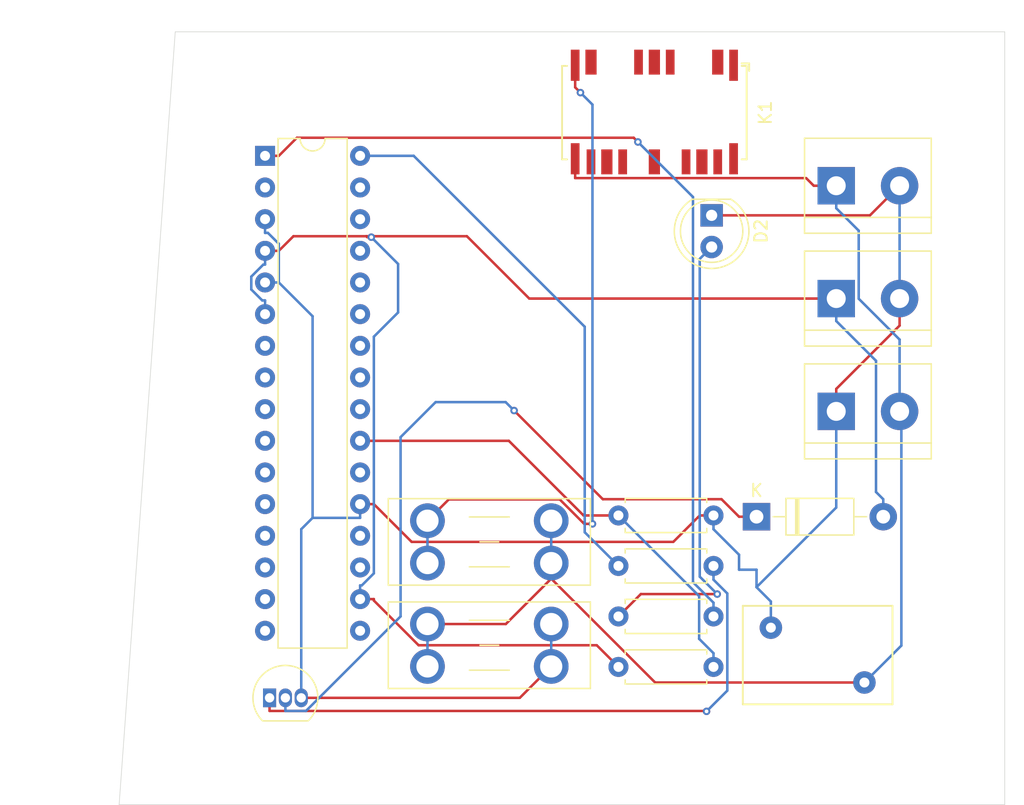
<source format=kicad_pcb>
(kicad_pcb (version 20241229) (generator "pcbnew") (generator_version "9.0")
  (layers (0 "F.Cu" signal) (2 "B.Cu" signal) (13 "F.Paste" user) (15 "B.Paste" user) (5 "F.SilkS" user "F.Silkscreen") (7 "B.SilkS" user "B.Silkscreen") (1 "F.Mask" user) (3 "B.Mask" user) (25 "Edge.Cuts" user))
  (net 0 "")
  (net 1 "+5V")
  (net 2 "Net-(D1-K)")
  (net 3 "Net-(D2-A)")
  (net 4 "GND")
  (net 5 "Net-(F1-Pad1)")
  (net 6 "Net-(J1-Pin_1)")
  (net 7 "Net-(Q1-B)")
  (net 8 "Net-(U1-PC0)")
  (net 9 "Net-(U1-PD2)")
  (net 10 "Net-(U1-PD3)")
  (footprint "TerminalBlock:TerminalBlock_bornier-2_P5.08mm" (layer "F.Cu") (at 151.99 73.85)
    (property "Reference" "J1" (hide yes))
    (property "Value" "Conn_01x02" (hide yes))
    (fp_line (start -2.54 -3.81) (end -2.54 3.81) (stroke (width 0.12)) (layer "F.SilkS"))
    (fp_line (start -2.54 3.81) (end 7.62 3.81) (stroke (width 0.12)) (layer "F.SilkS"))
    (fp_line (start 7.62 -3.81) (end -2.54 -3.81) (stroke (width 0.12)) (layer "F.SilkS"))
    (fp_line (start 7.62 2.54) (end -2.54 2.54) (stroke (width 0.12)) (layer "F.SilkS"))
    (fp_line (start 7.62 3.81) (end 7.62 -3.81) (stroke (width 0.12)) (layer "F.SilkS"))
    (pad "1" thru_hole rect (at 0 0) (size 3 3) (drill 1.52) (layers "*.Cu" "*.Mask") (net 6 "Net-(J1-Pin_1)"))
    (pad "2" thru_hole circle (at 5.08 0) (size 3 3) (drill 1.52) (layers "*.Cu" "*.Mask") (net 4 "GND"))
  )
  (footprint "Fuse:Fuseholder_Blade_Mini_Keystone_3568" (layer "F.Cu") (at 119.22 100.72)
    (property "Reference" "F1" (hide yes))
    (property "Value" "Fuse" (hide yes))
    (fp_line (start -3.14 -1.77) (end -3.14 5.17) (stroke (width 0.12)) (layer "F.SilkS"))
    (fp_line (start -3.14 5.17) (end 13.06 5.17) (stroke (width 0.12)) (layer "F.SilkS"))
    (fp_line (start 3.36 -0.3) (end 6.56 -0.3) (stroke (width 0.12)) (layer "F.SilkS"))
    (fp_line (start 4.21 1.7) (end 5.71 1.7) (stroke (width 0.12)) (layer "F.SilkS"))
    (fp_line (start 6.56 3.7) (end 3.36 3.7) (stroke (width 0.12)) (layer "F.SilkS"))
    (fp_line (start 13.06 -1.77) (end -3.14 -1.77) (stroke (width 0.12)) (layer "F.SilkS"))
    (fp_line (start 13.06 5.17) (end 13.06 -1.77) (stroke (width 0.12)) (layer "F.SilkS"))
    (pad "1" thru_hole circle (at 0 0) (size 2.78 2.78) (drill 1.78) (layers "*.Cu" "*.Mask") (net 5 "Net-(F1-Pad1)"))
    (pad "1" thru_hole circle (at 0 3.4) (size 2.78 2.78) (drill 1.78) (layers "*.Cu" "*.Mask") (net 5 "Net-(F1-Pad1)"))
    (pad "2" thru_hole circle (at 9.92 0) (size 2.78 2.78) (drill 1.78) (layers "*.Cu" "*.Mask") (net 6 "Net-(J1-Pin_1)"))
    (pad "2" thru_hole circle (at 9.92 3.4) (size 2.78 2.78) (drill 1.78) (layers "*.Cu" "*.Mask") (net 6 "Net-(J1-Pin_1)"))
  )
  (footprint "Fuse:Fuseholder_Blade_Mini_Keystone_3568" (layer "F.Cu") (at 119.22 109.01)
    (property "Reference" "F2" (hide yes))
    (property "Value" "Fuse" (hide yes))
    (fp_line (start -3.14 -1.77) (end -3.14 5.17) (stroke (width 0.12)) (layer "F.SilkS"))
    (fp_line (start -3.14 5.17) (end 13.06 5.17) (stroke (width 0.12)) (layer "F.SilkS"))
    (fp_line (start 3.36 -0.3) (end 6.56 -0.3) (stroke (width 0.12)) (layer "F.SilkS"))
    (fp_line (start 4.21 1.7) (end 5.71 1.7) (stroke (width 0.12)) (layer "F.SilkS"))
    (fp_line (start 6.56 3.7) (end 3.36 3.7) (stroke (width 0.12)) (layer "F.SilkS"))
    (fp_line (start 13.06 -1.77) (end -3.14 -1.77) (stroke (width 0.12)) (layer "F.SilkS"))
    (fp_line (start 13.06 5.17) (end 13.06 -1.77) (stroke (width 0.12)) (layer "F.SilkS"))
    (pad "1" thru_hole circle (at 0 0) (size 2.78 2.78) (drill 1.78) (layers "*.Cu" "*.Mask") (net 6 "Net-(J1-Pin_1)"))
    (pad "1" thru_hole circle (at 0 3.4) (size 2.78 2.78) (drill 1.78) (layers "*.Cu" "*.Mask") (net 6 "Net-(J1-Pin_1)"))
    (pad "2" thru_hole circle (at 9.92 0) (size 2.78 2.78) (drill 1.78) (layers "*.Cu" "*.Mask") (net 4 "GND"))
    (pad "2" thru_hole circle (at 9.92 3.4) (size 2.78 2.78) (drill 1.78) (layers "*.Cu" "*.Mask") (net 4 "GND"))
  )
  (footprint "Varistor:RV_Disc_D12mm_W7.9mm_P7.5mm" (layer "F.Cu") (at 146.75 109.3)
    (property "Reference" "RV1" (hide yes))
    (property "Value" "Varistor" (hide yes))
    (fp_line (start -2.25 -1.75) (end -2.25 6.15) (stroke (width 0.15)) (layer "F.SilkS"))
    (fp_line (start -2.25 -1.75) (end 9.75 -1.75) (stroke (width 0.15)) (layer "F.SilkS"))
    (fp_line (start -2.25 6.15) (end 9.75 6.15) (stroke (width 0.15)) (layer "F.SilkS"))
    (fp_line (start 9.75 -1.75) (end 9.75 6.15) (stroke (width 0.15)) (layer "F.SilkS"))
    (pad "1" thru_hole circle (at 0 0) (size 1.8 1.8) (drill 0.8) (layers "*.Cu" "*.Mask") (net 4 "GND"))
    (pad "2" thru_hole circle (at 7.5 4.4) (size 1.8 1.8) (drill 0.8) (layers "*.Cu" "*.Mask") (net 6 "Net-(J1-Pin_1)"))
  )
  (footprint "Package_TO_SOT_THT:TO-92_Inline" (layer "F.Cu") (at 106.56 114.93)
    (property "Reference" "Q1" (hide yes))
    (property "Value" "Q1" (hide yes))
    (fp_line (start -0.53 1.85) (end 3.07 1.85) (stroke (width 0.12)) (layer "F.SilkS"))
    (fp_arc (start -0.568478 1.838478) (mid -1.132087 -0.994977) (end 1.27 -2.6) (stroke (width 0.12)) (layer "F.SilkS"))
    (fp_arc (start 1.27 -2.6) (mid 3.672087 -0.994977) (end 3.108478 1.838478) (stroke (width 0.12)) (layer "F.SilkS"))
    (pad "1" thru_hole rect (at 0 0) (size 1.05 1.5) (drill 0.75) (layers "*.Cu" "*.Mask") (net 7 "Net-(Q1-B)"))
    (pad "2" thru_hole oval (at 1.27 0) (size 1.05 1.5) (drill 0.75) (layers "*.Cu" "*.Mask") (net 2 "Net-(D1-K)"))
    (pad "3" thru_hole oval (at 2.54 0) (size 1.05 1.5) (drill 0.75) (layers "*.Cu" "*.Mask") (net 4 "GND"))
  )
  (footprint "Resistor_THT:R_Axial_DIN0207_L6.3mm_D2.5mm_P7.62mm_Horizontal" (layer "F.Cu") (at 134.53 104.35)
    (property "Reference" "R2" (hide yes))
    (property "Value" "R" (hide yes))
    (fp_line (start 0.54 -1.37) (end 7.08 -1.37) (stroke (width 0.12)) (layer "F.SilkS"))
    (fp_line (start 0.54 -1.04) (end 0.54 -1.37) (stroke (width 0.12)) (layer "F.SilkS"))
    (fp_line (start 0.54 1.04) (end 0.54 1.37) (stroke (width 0.12)) (layer "F.SilkS"))
    (fp_line (start 0.54 1.37) (end 7.08 1.37) (stroke (width 0.12)) (layer "F.SilkS"))
    (fp_line (start 7.08 -1.37) (end 7.08 -1.04) (stroke (width 0.12)) (layer "F.SilkS"))
    (fp_line (start 7.08 1.37) (end 7.08 1.04) (stroke (width 0.12)) (layer "F.SilkS"))
    (pad "1" thru_hole circle (at 0 0) (size 1.6 1.6) (drill 0.8) (layers "*.Cu" "*.Mask") (net 9 "Net-(U1-PD2)"))
    (pad "2" thru_hole oval (at 7.62 0) (size 1.6 1.6) (drill 0.8) (layers "*.Cu" "*.Mask") (net 7 "Net-(Q1-B)"))
  )
  (footprint "Relay_SMD:Relay_SPDT_AXICOM_HF3Series_50ohms_Pitch1.27mm" (layer "F.Cu") (at 137.41 67.935 -90)
    (property "Reference" "K1" (at 0.06 -8.89 90) (layer "F.SilkS"))
    (property "Value" "Relay_SPDT")
    (fp_line (start -3.7 7.4) (end -3.7 7) (stroke (width 0.15)) (layer "F.SilkS"))
    (fp_line (start 3.8 7.4) (end -3.7 7.4) (stroke (width 0.15)) (layer "F.SilkS"))
    (fp_line (start 3.8 7.1) (end 3.8 7.4) (stroke (width 0.15)) (layer "F.SilkS"))
    (fp_line (start 3.8 7.1) (end 3.8 7) (stroke (width 0.15)) (layer "F.SilkS"))
    (fp_line (start -3.9 -7) (end -3.9 -7.6) (stroke (width 0.15)) (layer "F.SilkS"))
    (fp_line (start 3.8 -7) (end 3.8 -7.4) (stroke (width 0.15)) (layer "F.SilkS"))
    (fp_line (start -3.7 -7.4) (end -3.7 -7) (stroke (width 0.15)) (layer "F.SilkS"))
    (fp_line (start 3.8 -7.4) (end -3.7 -7.4) (stroke (width 0.15)) (layer "F.SilkS"))
    (fp_line (start -3.9 -7.6) (end -3.4 -7.6) (stroke (width 0.15)) (layer "F.SilkS"))
    (fp_line (start -3.4 -7.6) (end -3.3 -7.6) (stroke (width 0.15)) (layer "F.SilkS"))
    (pad "1" smd rect (at -3.75 -6.35 270) (size 2.5 0.7) (layers "F.Cu" "F.Mask" "F.Paste"))
    (pad "2" smd rect (at -4 -5.08 270) (size 2 0.9) (layers "F.Cu" "F.Mask" "F.Paste"))
    (pad "5" smd rect (at -4 -1.27 270) (size 2 0.7) (layers "F.Cu" "F.Mask" "F.Paste"))
    (pad "6" smd rect (at -4 0 270) (size 2 0.9) (layers "F.Cu" "F.Mask" "F.Paste"))
    (pad "7" smd rect (at -4 1.27 270) (size 2 0.7) (layers "F.Cu" "F.Mask" "F.Paste"))
    (pad "10" smd rect (at -4 5.08 270) (size 2 0.9) (layers "F.Cu" "F.Mask" "F.Paste"))
    (pad "11" smd rect (at -3.75 6.35 270) (size 2.5 0.7) (layers "F.Cu" "F.Mask" "F.Paste") (net 5 "Net-(F1-Pad1)"))
    (pad "12" smd rect (at 3.75 6.35 270) (size 2.5 0.7) (layers "F.Cu" "F.Mask" "F.Paste") (net 6 "Net-(J1-Pin_1)"))
    (pad "13" smd rect (at 4 5.08 270) (size 2 0.7) (layers "F.Cu" "F.Mask" "F.Paste"))
    (pad "14" smd rect (at 4 3.81 270) (size 2 0.9) (layers "F.Cu" "F.Mask" "F.Paste"))
    (pad "15" smd rect (at 4 2.54 270) (size 2 0.7) (layers "F.Cu" "F.Mask" "F.Paste"))
    (pad "17" smd rect (at 4 0 270) (size 2 0.9) (layers "F.Cu" "F.Mask" "F.Paste"))
    (pad "19" smd rect (at 4 -2.54 270) (size 2 0.7) (layers "F.Cu" "F.Mask" "F.Paste"))
    (pad "20" smd rect (at 4 -3.81 270) (size 2 0.9) (layers "F.Cu" "F.Mask" "F.Paste"))
    (pad "21" smd rect (at 4 -5.08 270) (size 2 0.7) (layers "F.Cu" "F.Mask" "F.Paste"))
    (pad "22" smd rect (at 3.75 -6.35 270) (size 2.5 0.7) (layers "F.Cu" "F.Mask" "F.Paste"))
  )
  (footprint "Package_DIP:DIP-32_W7.62mm" (layer "F.Cu") (at 106.2 71.45)
    (property "Reference" "U1" (hide yes))
    (property "Value" "ATmega328P-A" (hide yes))
    (fp_line (start 1.04 -1.39) (end 1.04 39.49) (stroke (width 0.12)) (layer "F.SilkS"))
    (fp_line (start 1.04 39.49) (end 6.58 39.49) (stroke (width 0.12)) (layer "F.SilkS"))
    (fp_line (start 2.81 -1.39) (end 1.04 -1.39) (stroke (width 0.12)) (layer "F.SilkS"))
    (fp_line (start 6.58 -1.39) (end 4.81 -1.39) (stroke (width 0.12)) (layer "F.SilkS"))
    (fp_line (start 6.58 39.49) (end 6.58 -1.39) (stroke (width 0.12)) (layer "F.SilkS"))
    (fp_arc (start 4.81 -1.39) (mid 3.81 -0.39) (end 2.81 -1.39) (stroke (width 0.12)) (layer "F.SilkS"))
    (pad "1" thru_hole rect (at 0 0) (size 1.6 1.6) (drill 0.8) (layers "*.Cu" "*.Mask") (net 10 "Net-(U1-PD3)"))
    (pad "2" thru_hole oval (at 0 2.54) (size 1.6 1.6) (drill 0.8) (layers "*.Cu" "*.Mask"))
    (pad "3" thru_hole oval (at 0 5.08) (size 1.6 1.6) (drill 0.8) (layers "*.Cu" "*.Mask") (net 4 "GND"))
    (pad "4" thru_hole oval (at 0 7.62) (size 1.6 1.6) (drill 0.8) (layers "*.Cu" "*.Mask") (net 1 "+5V"))
    (pad "5" thru_hole oval (at 0 10.16) (size 1.6 1.6) (drill 0.8) (layers "*.Cu" "*.Mask") (net 4 "GND"))
    (pad "6" thru_hole oval (at 0 12.7) (size 1.6 1.6) (drill 0.8) (layers "*.Cu" "*.Mask") (net 1 "+5V"))
    (pad "7" thru_hole oval (at 0 15.24) (size 1.6 1.6) (drill 0.8) (layers "*.Cu" "*.Mask"))
    (pad "8" thru_hole oval (at 0 17.78) (size 1.6 1.6) (drill 0.8) (layers "*.Cu" "*.Mask"))
    (pad "9" thru_hole oval (at 0 20.32) (size 1.6 1.6) (drill 0.8) (layers "*.Cu" "*.Mask"))
    (pad "10" thru_hole oval (at 0 22.86) (size 1.6 1.6) (drill 0.8) (layers "*.Cu" "*.Mask"))
    (pad "11" thru_hole oval (at 0 25.4) (size 1.6 1.6) (drill 0.8) (layers "*.Cu" "*.Mask"))
    (pad "12" thru_hole oval (at 0 27.94) (size 1.6 1.6) (drill 0.8) (layers "*.Cu" "*.Mask"))
    (pad "13" thru_hole oval (at 0 30.48) (size 1.6 1.6) (drill 0.8) (layers "*.Cu" "*.Mask"))
    (pad "14" thru_hole oval (at 0 33.02) (size 1.6 1.6) (drill 0.8) (layers "*.Cu" "*.Mask"))
    (pad "15" thru_hole oval (at 0 35.56) (size 1.6 1.6) (drill 0.8) (layers "*.Cu" "*.Mask"))
    (pad "16" thru_hole oval (at 0 38.1) (size 1.6 1.6) (drill 0.8) (layers "*.Cu" "*.Mask"))
    (pad "17" thru_hole oval (at 7.62 38.1) (size 1.6 1.6) (drill 0.8) (layers "*.Cu" "*.Mask"))
    (pad "18" thru_hole oval (at 7.62 35.56) (size 1.6 1.6) (drill 0.8) (layers "*.Cu" "*.Mask") (net 1 "+5V"))
    (pad "19" thru_hole oval (at 7.62 33.02) (size 1.6 1.6) (drill 0.8) (layers "*.Cu" "*.Mask"))
    (pad "20" thru_hole oval (at 7.62 30.48) (size 1.6 1.6) (drill 0.8) (layers "*.Cu" "*.Mask"))
    (pad "21" thru_hole oval (at 7.62 27.94) (size 1.6 1.6) (drill 0.8) (layers "*.Cu" "*.Mask") (net 4 "GND"))
    (pad "22" thru_hole oval (at 7.62 25.4) (size 1.6 1.6) (drill 0.8) (layers "*.Cu" "*.Mask"))
    (pad "23" thru_hole oval (at 7.62 22.86) (size 1.6 1.6) (drill 0.8) (layers "*.Cu" "*.Mask") (net 8 "Net-(U1-PC0)"))
    (pad "24" thru_hole oval (at 7.62 20.32) (size 1.6 1.6) (drill 0.8) (layers "*.Cu" "*.Mask"))
    (pad "25" thru_hole oval (at 7.62 17.78) (size 1.6 1.6) (drill 0.8) (layers "*.Cu" "*.Mask"))
    (pad "26" thru_hole oval (at 7.62 15.24) (size 1.6 1.6) (drill 0.8) (layers "*.Cu" "*.Mask"))
    (pad "27" thru_hole oval (at 7.62 12.7) (size 1.6 1.6) (drill 0.8) (layers "*.Cu" "*.Mask"))
    (pad "28" thru_hole oval (at 7.62 10.16) (size 1.6 1.6) (drill 0.8) (layers "*.Cu" "*.Mask"))
    (pad "29" thru_hole oval (at 7.62 7.62) (size 1.6 1.6) (drill 0.8) (layers "*.Cu" "*.Mask"))
    (pad "30" thru_hole oval (at 7.62 5.08) (size 1.6 1.6) (drill 0.8) (layers "*.Cu" "*.Mask"))
    (pad "31" thru_hole oval (at 7.62 2.54) (size 1.6 1.6) (drill 0.8) (layers "*.Cu" "*.Mask"))
    (pad "32" thru_hole oval (at 7.62 0) (size 1.6 1.6) (drill 0.8) (layers "*.Cu" "*.Mask") (net 9 "Net-(U1-PD2)"))
  )
  (footprint "TerminalBlock:TerminalBlock_bornier-2_P5.08mm" (layer "F.Cu") (at 151.99 91.95)
    (property "Reference" "R3" (hide yes))
    (property "Value" "Heater" (hide yes))
    (fp_line (start -2.54 -3.81) (end -2.54 3.81) (stroke (width 0.12)) (layer "F.SilkS"))
    (fp_line (start -2.54 3.81) (end 7.62 3.81) (stroke (width 0.12)) (layer "F.SilkS"))
    (fp_line (start 7.62 -3.81) (end -2.54 -3.81) (stroke (width 0.12)) (layer "F.SilkS"))
    (fp_line (start 7.62 2.54) (end -2.54 2.54) (stroke (width 0.12)) (layer "F.SilkS"))
    (fp_line (start 7.62 3.81) (end 7.62 -3.81) (stroke (width 0.12)) (layer "F.SilkS"))
    (pad "1" thru_hole rect (at 0 0) (size 3 3) (drill 1.52) (layers "*.Cu" "*.Mask") (net 4 "GND"))
    (pad "2" thru_hole circle (at 5.08 0) (size 3 3) (drill 1.52) (layers "*.Cu" "*.Mask") (net 6 "Net-(J1-Pin_1)"))
  )
  (footprint "TerminalBlock:TerminalBlock_bornier-2_P5.08mm" (layer "F.Cu") (at 151.99 82.9)
    (property "Reference" "J2" (hide yes))
    (property "Value" "Conn_01x02" (hide yes))
    (fp_line (start -2.54 -3.81) (end -2.54 3.81) (stroke (width 0.12)) (layer "F.SilkS"))
    (fp_line (start -2.54 3.81) (end 7.62 3.81) (stroke (width 0.12)) (layer "F.SilkS"))
    (fp_line (start 7.62 -3.81) (end -2.54 -3.81) (stroke (width 0.12)) (layer "F.SilkS"))
    (fp_line (start 7.62 2.54) (end -2.54 2.54) (stroke (width 0.12)) (layer "F.SilkS"))
    (fp_line (start 7.62 3.81) (end 7.62 -3.81) (stroke (width 0.12)) (layer "F.SilkS"))
    (pad "1" thru_hole rect (at 0 0) (size 3 3) (drill 1.52) (layers "*.Cu" "*.Mask") (net 1 "+5V"))
    (pad "2" thru_hole circle (at 5.08 0) (size 3 3) (drill 1.52) (layers "*.Cu" "*.Mask") (net 4 "GND"))
  )
  (footprint "LED_THT:LED_D5.0mm" (layer "F.Cu") (at 142 76.225 -90)
    (property "Reference" "D2" (at 1.27 -3.96 90) (layer "F.SilkS"))
    (property "Value" "LED")
    (fp_line (start -1.29 -1.545) (end -1.29 1.545) (stroke (width 0.12)) (layer "F.SilkS"))
    (fp_arc (start 4.26 0.000048) (mid 2.071756 2.880501) (end -1.29 1.54483) (stroke (width 0.12)) (layer "F.SilkS"))
    (fp_arc (start -1.29 -1.54483) (mid 2.071756 -2.880501) (end 4.26 -0.000048) (stroke (width 0.12)) (layer "F.SilkS"))
    (fp_circle (center 1.27 0) (end 3.77 0) (stroke (width 0.12)) (fill no) (layer "F.SilkS"))
    (pad "1" thru_hole rect (at 0 0 270) (size 1.8 1.8) (drill 0.9) (layers "*.Cu" "*.Mask") (net 4 "GND"))
    (pad "2" thru_hole circle (at 2.54 0 270) (size 1.8 1.8) (drill 0.9) (layers "*.Cu" "*.Mask") (net 3 "Net-(D2-A)"))
  )
  (footprint "Resistor_THT:R_Axial_DIN0207_L6.3mm_D2.5mm_P7.62mm_Horizontal" (layer "F.Cu") (at 134.53 108.4)
    (property "Reference" "R4" (hide yes))
    (property "Value" "R" (hide yes))
    (fp_line (start 0.54 -1.37) (end 7.08 -1.37) (stroke (width 0.12)) (layer "F.SilkS"))
    (fp_line (start 0.54 -1.04) (end 0.54 -1.37) (stroke (width 0.12)) (layer "F.SilkS"))
    (fp_line (start 0.54 1.04) (end 0.54 1.37) (stroke (width 0.12)) (layer "F.SilkS"))
    (fp_line (start 0.54 1.37) (end 7.08 1.37) (stroke (width 0.12)) (layer "F.SilkS"))
    (fp_line (start 7.08 -1.37) (end 7.08 -1.04) (stroke (width 0.12)) (layer "F.SilkS"))
    (fp_line (start 7.08 1.37) (end 7.08 1.04) (stroke (width 0.12)) (layer "F.SilkS"))
    (pad "1" thru_hole circle (at 0 0) (size 1.6 1.6) (drill 0.8) (layers "*.Cu" "*.Mask") (net 3 "Net-(D2-A)"))
    (pad "2" thru_hole oval (at 7.62 0) (size 1.6 1.6) (drill 0.8) (layers "*.Cu" "*.Mask") (net 10 "Net-(U1-PD3)"))
  )
  (footprint "Resistor_THT:R_Axial_DIN0207_L6.3mm_D2.5mm_P7.62mm_Horizontal" (layer "F.Cu") (at 134.53 112.45)
    (property "Reference" "TH1" (hide yes))
    (property "Value" "Thermistor_NTC" (hide yes))
    (fp_line (start 0.54 -1.37) (end 7.08 -1.37) (stroke (width 0.12)) (layer "F.SilkS"))
    (fp_line (start 0.54 -1.04) (end 0.54 -1.37) (stroke (width 0.12)) (layer "F.SilkS"))
    (fp_line (start 0.54 1.04) (end 0.54 1.37) (stroke (width 0.12)) (layer "F.SilkS"))
    (fp_line (start 0.54 1.37) (end 7.08 1.37) (stroke (width 0.12)) (layer "F.SilkS"))
    (fp_line (start 7.08 -1.37) (end 7.08 -1.04) (stroke (width 0.12)) (layer "F.SilkS"))
    (fp_line (start 7.08 1.37) (end 7.08 1.04) (stroke (width 0.12)) (layer "F.SilkS"))
    (pad "1" thru_hole circle (at 0 0) (size 1.6 1.6) (drill 0.8) (layers "*.Cu" "*.Mask") (net 1 "+5V"))
    (pad "2" thru_hole oval (at 7.62 0) (size 1.6 1.6) (drill 0.8) (layers "*.Cu" "*.Mask") (net 8 "Net-(U1-PC0)"))
  )
  (footprint "Diode_THT:D_DO-41_SOD81_P10.16mm_Horizontal" (layer "F.Cu") (at 145.6 100.4)
    (property "Reference" "D1" (hide yes))
    (property "Value" "D" (hide yes))
    (fp_line (start 1.34 0) (end 2.36 0) (stroke (width 0.12)) (layer "F.SilkS"))
    (fp_line (start 2.36 -1.47) (end 2.36 1.47) (stroke (width 0.12)) (layer "F.SilkS"))
    (fp_line (start 2.36 1.47) (end 7.8 1.47) (stroke (width 0.12)) (layer "F.SilkS"))
    (fp_line (start 3.14 -1.47) (end 3.14 1.47) (stroke (width 0.12)) (layer "F.SilkS"))
    (fp_line (start 3.26 -1.47) (end 3.26 1.47) (stroke (width 0.12)) (layer "F.SilkS"))
    (fp_line (start 3.38 -1.47) (end 3.38 1.47) (stroke (width 0.12)) (layer "F.SilkS"))
    (fp_line (start 7.8 -1.47) (end 2.36 -1.47) (stroke (width 0.12)) (layer "F.SilkS"))
    (fp_line (start 7.8 1.47) (end 7.8 -1.47) (stroke (width 0.12)) (layer "F.SilkS"))
    (fp_line (start 8.82 0) (end 7.8 0) (stroke (width 0.12)) (layer "F.SilkS"))
    (fp_text user "K" (at 0 -2.1 0) (layer "F.SilkS"))
    (pad "1" thru_hole rect (at 0 0) (size 2.2 2.2) (drill 1.1) (layers "*.Cu" "*.Mask") (net 2 "Net-(D1-K)"))
    (pad "2" thru_hole oval (at 10.16 0) (size 2.2 2.2) (drill 1.1) (layers "*.Cu" "*.Mask") (net 1 "+5V"))
  )
  (footprint "Resistor_THT:R_Axial_DIN0207_L6.3mm_D2.5mm_P7.62mm_Horizontal" (layer "F.Cu") (at 134.53 100.3)
    (property "Reference" "R1" (hide yes))
    (property "Value" "R" (hide yes))
    (fp_line (start 0.54 -1.37) (end 7.08 -1.37) (stroke (width 0.12)) (layer "F.SilkS"))
    (fp_line (start 0.54 -1.04) (end 0.54 -1.37) (stroke (width 0.12)) (layer "F.SilkS"))
    (fp_line (start 0.54 1.04) (end 0.54 1.37) (stroke (width 0.12)) (layer "F.SilkS"))
    (fp_line (start 0.54 1.37) (end 7.08 1.37) (stroke (width 0.12)) (layer "F.SilkS"))
    (fp_line (start 7.08 -1.37) (end 7.08 -1.04) (stroke (width 0.12)) (layer "F.SilkS"))
    (fp_line (start 7.08 1.37) (end 7.08 1.04) (stroke (width 0.12)) (layer "F.SilkS"))
    (pad "1" thru_hole circle (at 0 0) (size 1.6 1.6) (drill 0.8) (layers "*.Cu" "*.Mask") (net 8 "Net-(U1-PC0)"))
    (pad "2" thru_hole oval (at 7.62 0) (size 1.6 1.6) (drill 0.8) (layers "*.Cu" "*.Mask") (net 4 "GND"))
  )
  (gr_line (start 165.5 61.5) (end 165.5 123.5) (stroke (width 0.05)) (layer "Edge.Cuts"))
  (gr_line (start 165.5 123.5) (end 94.5 123.5) (stroke (width 0.05)) (layer "Edge.Cuts"))
  (gr_line (start 94.5 123.5) (end 99 61.5) (stroke (width 0.05)) (layer "Edge.Cuts"))
  (gr_line (start 99 61.5) (end 165.5 61.5) (stroke (width 0.05)) (layer "Edge.Cuts"))
  (segment (start 127.38 82.9) (end 151.99 82.9) (width 0.2) (layer "F.Cu") (net 1))
  (segment (start 132.79 110.71) (end 134.53 112.45) (width 0.2) (layer "F.Cu") (net 1))
  (segment (start 114.922 107.124) (end 118.508 110.71) (width 0.2) (layer "F.Cu") (net 1))
  (segment (start 114.3214 77.9) (end 122.38 77.9) (width 0.2) (layer "F.Cu") (net 1))
  (segment (start 122.38 77.9) (end 127.38 82.9) (width 0.2) (layer "F.Cu") (net 1))
  (segment (start 106.2 79.07) (end 107.302 79.07) (width 0.2) (layer "F.Cu") (net 1))
  (segment (start 114.3214 77.9) (end 114.3971 77.9757) (width 0.2) (layer "F.Cu") (net 1))
  (segment (start 114.3971 77.9757) (end 114.7177 77.9757) (width 0.2) (layer "F.Cu") (net 1))
  (segment (start 118.508 110.71) (end 132.79 110.71) (width 0.2) (layer "F.Cu") (net 1))
  (segment (start 113.82 107.01) (end 114.922 107.01) (width 0.2) (layer "F.Cu") (net 1))
  (segment (start 108.472 77.9) (end 114.3214 77.9) (width 0.2) (layer "F.Cu") (net 1))
  (segment (start 114.922 107.01) (end 114.922 107.124) (width 0.2) (layer "F.Cu") (net 1))
  (segment (start 107.302 79.07) (end 108.472 77.9) (width 0.2) (layer "F.Cu") (net 1))
  (via (at 114.7177 77.9757) (size 0.6) (drill 0.3) (layers "F.Cu" "B.Cu") (net 1))
  (segment (start 155.76 98.9983) (end 155.179 98.4176) (width 0.2) (layer "B.Cu") (net 1))
  (segment (start 106.2 84.15) (end 106.2 83.0483) (width 0.2) (layer "B.Cu") (net 1))
  (segment (start 155.179 87.891) (end 151.99 84.7017) (width 0.2) (layer "B.Cu") (net 1))
  (segment (start 105.095 82.1713) (end 105.095 81.1393) (width 0.2) (layer "B.Cu") (net 1))
  (segment (start 155.76 100.4) (end 155.76 98.9983) (width 0.2) (layer "B.Cu") (net 1))
  (segment (start 113.958 105.908) (end 114.922 104.944) (width 0.2) (layer "B.Cu") (net 1))
  (segment (start 155.179 98.4176) (end 155.179 87.891) (width 0.2) (layer "B.Cu") (net 1))
  (segment (start 105.972 83.0483) (end 105.095 82.1713) (width 0.2) (layer "B.Cu") (net 1))
  (segment (start 106.2 80.1717) (end 106.2 79.07) (width 0.2) (layer "B.Cu") (net 1))
  (segment (start 106.2 83.0483) (end 105.972 83.0483) (width 0.2) (layer "B.Cu") (net 1))
  (segment (start 105.095 81.1393) (end 106.062 80.1717) (width 0.2) (layer "B.Cu") (net 1))
  (segment (start 113.82 107.01) (end 113.82 105.908) (width 0.2) (layer "B.Cu") (net 1))
  (segment (start 114.922 104.944) (end 114.922 85.9583) (width 0.2) (layer "B.Cu") (net 1))
  (segment (start 151.99 84.7017) (end 151.99 82.9) (width 0.2) (layer "B.Cu") (net 1))
  (segment (start 106.062 80.1717) (end 106.2 80.1717) (width 0.2) (layer "B.Cu") (net 1))
  (segment (start 114.922 85.9583) (end 116.864 84.0162) (width 0.2) (layer "B.Cu") (net 1))
  (segment (start 114.7177 77.9757) (end 116.864 80.122) (width 0.2) (layer "B.Cu") (net 1))
  (segment (start 113.82 105.908) (end 113.958 105.908) (width 0.2) (layer "B.Cu") (net 1))
  (segment (start 116.864 80.122) (end 116.864 84.0162) (width 0.2) (layer "B.Cu") (net 1))
  (segment (start 126.1647 91.8846) (end 126.1647 91.8847) (width 0.2) (layer "F.Cu") (net 2))
  (segment (start 126.1647 91.8847) (end 126.1647 91.8846) (width 0.2) (layer "F.Cu") (net 2))
  (segment (start 133.277 98.9968) (end 126.1647 91.8846) (width 0.2) (layer "F.Cu") (net 2))
  (segment (start 145.6 100.4) (end 144.198 100.4) (width 0.2) (layer "F.Cu") (net 2))
  (segment (start 126.1647 91.8846) (end 126.1647 91.8847) (width 0.2) (layer "F.Cu") (net 2))
  (segment (start 142.795 98.9968) (end 133.277 98.9968) (width 0.2) (layer "F.Cu") (net 2))
  (segment (start 144.198 100.4) (end 142.795 98.9968) (width 0.2) (layer "F.Cu") (net 2))
  (via (at 126.1647 91.8847) (size 0.6) (drill 0.3) (layers "F.Cu" "B.Cu") (net 2))
  (segment (start 126.1647 91.8847) (end 126.1647 91.8846) (width 0.2) (layer "B.Cu") (net 2))
  (segment (start 119.872 91.208) (end 125.488 91.208) (width 0.2) (layer "B.Cu") (net 2))
  (segment (start 107.83 114.93) (end 107.83 115.982) (width 0.2) (layer "B.Cu") (net 2))
  (segment (start 109.48 115.982) (end 117.064 108.398) (width 0.2) (layer "B.Cu") (net 2))
  (segment (start 125.488 91.208) (end 126.1647 91.8847) (width 0.2) (layer "B.Cu") (net 2))
  (segment (start 107.83 115.982) (end 109.48 115.982) (width 0.2) (layer "B.Cu") (net 2))
  (segment (start 117.064 94.016) (end 119.872 91.208) (width 0.2) (layer "B.Cu") (net 2))
  (segment (start 117.064 108.398) (end 117.064 94.016) (width 0.2) (layer "B.Cu") (net 2))
  (segment (start 126.1647 91.8846) (end 126.1647 91.8847) (width 0.2) (layer "B.Cu") (net 2))
  (segment (start 142.4475 106.6072) (end 136.3228 106.6072) (width 0.2) (layer "F.Cu") (net 3))
  (segment (start 136.3228 106.6072) (end 134.53 108.4) (width 0.2) (layer "F.Cu") (net 3))
  (via (at 142.4475 106.6072) (size 0.6) (drill 0.3) (layers "F.Cu" "B.Cu") (net 3))
  (segment (start 141.0483 105.208) (end 142.4475 106.6072) (width 0.2) (layer "B.Cu") (net 3))
  (segment (start 141.0483 79.7167) (end 141.0483 105.208) (width 0.2) (layer "B.Cu") (net 3))
  (segment (start 142 78.765) (end 141.0483 79.7167) (width 0.2) (layer "B.Cu") (net 3))
  (segment (start 109.1 114.93) (end 126.62 114.93) (width 0.2) (layer "F.Cu") (net 4))
  (segment (start 151.99 90.1483) (end 157.07 85.0683) (width 0.2) (layer "F.Cu") (net 4))
  (segment (start 142.15 100.3) (end 141.048 100.3) (width 0.2) (layer "F.Cu") (net 4))
  (segment (start 154.695 76.225) (end 142 76.225) (width 0.2) (layer "F.Cu") (net 4))
  (segment (start 138.928 102.42) (end 117.952 102.42) (width 0.2) (layer "F.Cu") (net 4))
  (segment (start 114.922 99.39) (end 113.82 99.39) (width 0.2) (layer "F.Cu") (net 4))
  (segment (start 126.62 114.93) (end 129.14 112.41) (width 0.2) (layer "F.Cu") (net 4))
  (segment (start 157.07 73.85) (end 154.695 76.225) (width 0.2) (layer "F.Cu") (net 4))
  (segment (start 117.952 102.42) (end 114.922 99.39) (width 0.2) (layer "F.Cu") (net 4))
  (segment (start 141.048 100.3) (end 138.928 102.42) (width 0.2) (layer "F.Cu") (net 4))
  (segment (start 151.99 91.95) (end 151.99 90.1483) (width 0.2) (layer "F.Cu") (net 4))
  (segment (start 157.07 85.0683) (end 157.07 82.9) (width 0.2) (layer "F.Cu") (net 4))
  (segment (start 113.82 100.492) (end 110.01 100.492) (width 0.2) (layer "B.Cu") (net 4))
  (segment (start 157.07 73.85) (end 157.07 82.9) (width 0.2) (layer "B.Cu") (net 4))
  (segment (start 107.302 81.61) (end 107.302 78.5051) (width 0.2) (layer "B.Cu") (net 4))
  (segment (start 106.428 77.6317) (end 106.2 77.6317) (width 0.2) (layer "B.Cu") (net 4))
  (segment (start 110.01 84.3183) (end 107.302 81.61) (width 0.2) (layer "B.Cu") (net 4))
  (segment (start 113.82 99.39) (end 113.82 100.492) (width 0.2) (layer "B.Cu") (net 4))
  (segment (start 144.198 104.65) (end 144.198 103.45) (width 0.2) (layer "B.Cu") (net 4))
  (segment (start 142.15 101.402) (end 142.15 100.3) (width 0.2) (layer "B.Cu") (net 4))
  (segment (start 144.198 103.45) (end 142.15 101.402) (width 0.2) (layer "B.Cu") (net 4))
  (segment (start 129.14 112.41) (end 129.14 109.01) (width 0.2) (layer "B.Cu") (net 4))
  (segment (start 107.302 78.5051) (end 106.428 77.6317) (width 0.2) (layer "B.Cu") (net 4))
  (segment (start 145.6 106.052) (end 146.75 107.202) (width 0.2) (layer "B.Cu") (net 4))
  (segment (start 146.75 107.202) (end 146.75 109.3) (width 0.2) (layer "B.Cu") (net 4))
  (segment (start 109.1 114.93) (end 109.1 101.402) (width 0.2) (layer "B.Cu") (net 4))
  (segment (start 151.99 99.6617) (end 151.99 91.95) (width 0.2) (layer "B.Cu") (net 4))
  (segment (start 145.6 106.052) (end 145.6 104.65) (width 0.2) (layer "B.Cu") (net 4))
  (segment (start 109.1 101.402) (end 110.01 100.492) (width 0.2) (layer "B.Cu") (net 4))
  (segment (start 106.2 77.6317) (end 106.2 76.53) (width 0.2) (layer "B.Cu") (net 4))
  (segment (start 106.2 81.61) (end 107.302 81.61) (width 0.2) (layer "B.Cu") (net 4))
  (segment (start 145.6 106.052) (end 151.99 99.6617) (width 0.2) (layer "B.Cu") (net 4))
  (segment (start 110.01 100.492) (end 110.01 84.3183) (width 0.2) (layer "B.Cu") (net 4))
  (segment (start 145.6 104.65) (end 144.198 104.65) (width 0.2) (layer "B.Cu") (net 4))
  (segment (start 131.4838 66.3785) (end 131.06 65.9547) (width 0.2) (layer "F.Cu") (net 5))
  (segment (start 129.8211 99.0086) (end 131.7855 100.973) (width 0.2) (layer "F.Cu") (net 5))
  (segment (start 120.9314 99.0086) (end 129.8211 99.0086) (width 0.2) (layer "F.Cu") (net 5))
  (segment (start 131.06 65.9547) (end 131.06 64.185) (width 0.2) (layer "F.Cu") (net 5))
  (segment (start 119.22 100.72) (end 120.9314 99.0086) (width 0.2) (layer "F.Cu") (net 5))
  (segment (start 131.7855 100.973) (end 132.4466 100.973) (width 0.2) (layer "F.Cu") (net 5))
  (via (at 131.4838 66.3785) (size 0.6) (drill 0.3) (layers "F.Cu" "B.Cu") (net 5))
  (via (at 132.4466 100.973) (size 0.6) (drill 0.3) (layers "F.Cu" "B.Cu") (net 5))
  (segment (start 132.4466 100.973) (end 132.4466 67.3413) (width 0.2) (layer "B.Cu") (net 5))
  (segment (start 132.4466 67.3413) (end 131.4838 66.3785) (width 0.2) (layer "B.Cu") (net 5))
  (segment (start 119.22 104.12) (end 119.22 100.72) (width 0.2) (layer "B.Cu") (net 5))
  (segment (start 131.06 71.685) (end 131.06 73.2367) (width 0.2) (layer "F.Cu") (net 6))
  (segment (start 154.25 113.7) (end 137.47 113.7) (width 0.2) (layer "F.Cu") (net 6))
  (segment (start 149.575 73.2367) (end 150.1883 73.85) (width 0.2) (layer "F.Cu") (net 6))
  (segment (start 131.06 73.2367) (end 149.575 73.2367) (width 0.2) (layer "F.Cu") (net 6))
  (segment (start 151.99 73.85) (end 150.1883 73.85) (width 0.2) (layer "F.Cu") (net 6))
  (segment (start 125.5 109.01) (end 129.14 105.37) (width 0.2) (layer "F.Cu") (net 6))
  (segment (start 137.47 113.7) (end 129.14 105.37) (width 0.2) (layer "F.Cu") (net 6))
  (segment (start 129.14 104.12) (end 129.14 105.37) (width 0.2) (layer "F.Cu") (net 6))
  (segment (start 119.22 109.01) (end 125.5 109.01) (width 0.2) (layer "F.Cu") (net 6))
  (segment (start 129.14 100.72) (end 129.14 104.12) (width 0.2) (layer "B.Cu") (net 6))
  (segment (start 154.25 113.7) (end 157.212 110.738) (width 0.2) (layer "B.Cu") (net 6))
  (segment (start 151.99 75.6517) (end 153.792 77.4534) (width 0.2) (layer "B.Cu") (net 6))
  (segment (start 157.212 92.0917) (end 157.07 91.95) (width 0.2) (layer "B.Cu") (net 6))
  (segment (start 153.792 82.9124) (end 157.07 86.1907) (width 0.2) (layer "B.Cu") (net 6))
  (segment (start 153.792 77.4534) (end 153.792 82.9124) (width 0.2) (layer "B.Cu") (net 6))
  (segment (start 157.212 110.738) (end 157.212 92.0917) (width 0.2) (layer "B.Cu") (net 6))
  (segment (start 157.07 86.1907) (end 157.07 91.95) (width 0.2) (layer "B.Cu") (net 6))
  (segment (start 151.99 73.85) (end 151.99 75.6517) (width 0.2) (layer "B.Cu") (net 6))
  (segment (start 119.22 109.01) (end 119.22 112.41) (width 0.2) (layer "B.Cu") (net 6))
  (segment (start 106.56 114.93) (end 106.56 115.982) (width 0.2) (layer "F.Cu") (net 7))
  (segment (start 106.56 115.982) (end 141.561 115.982) (width 0.2) (layer "F.Cu") (net 7))
  (segment (start 141.561 115.982) (end 141.593 116.014) (width 0.2) (layer "F.Cu") (net 7))
  (via (at 141.593 116.014) (size 0.6) (drill 0.3) (layers "F.Cu" "B.Cu") (net 7))
  (segment (start 142.15 104.35) (end 142.15 105.452) (width 0.2) (layer "B.Cu") (net 7))
  (segment (start 143.258 114.35) (end 141.593 116.014) (width 0.2) (layer "B.Cu") (net 7))
  (segment (start 143.258 106.559) (end 143.258 114.35) (width 0.2) (layer "B.Cu") (net 7))
  (segment (start 142.15 105.452) (end 143.258 106.559) (width 0.2) (layer "B.Cu") (net 7))
  (segment (start 131.732 100.3) (end 134.53 100.3) (width 0.2) (layer "F.Cu") (net 8))
  (segment (start 113.82 94.31) (end 125.742 94.31) (width 0.2) (layer "F.Cu") (net 8))
  (segment (start 125.742 94.31) (end 131.732 100.3) (width 0.2) (layer "F.Cu") (net 8))
  (segment (start 142.15 111.348) (end 142.15 112.45) (width 0.2) (layer "B.Cu") (net 8))
  (segment (start 140.999 106.769) (end 140.999 110.198) (width 0.2) (layer "B.Cu") (net 8))
  (segment (start 141 110.198) (end 142.15 111.348) (width 0.2) (layer "B.Cu") (net 8))
  (segment (start 134.53 100.3) (end 140.999 106.769) (width 0.2) (layer "B.Cu") (net 8))
  (segment (start 140.999 110.198) (end 141 110.198) (width 0.2) (layer "B.Cu") (net 8))
  (segment (start 131.826 101.646) (end 131.826 85.1619) (width 0.2) (layer "B.Cu") (net 9))
  (segment (start 131.826 85.1619) (end 118.115 71.45) (width 0.2) (layer "B.Cu") (net 9))
  (segment (start 118.115 71.45) (end 113.82 71.45) (width 0.2) (layer "B.Cu") (net 9))
  (segment (start 134.53 104.35) (end 131.826 101.646) (width 0.2) (layer "B.Cu") (net 9))
  (segment (start 135.7529 70) (end 136.091 70.3381) (width 0.2) (layer "F.Cu") (net 10))
  (segment (start 107.302 71.45) (end 108.752 70) (width 0.2) (layer "F.Cu") (net 10))
  (segment (start 108.752 70) (end 135.7529 70) (width 0.2) (layer "F.Cu") (net 10))
  (segment (start 106.2 71.45) (end 107.302 71.45) (width 0.2) (layer "F.Cu") (net 10))
  (via (at 136.091 70.3381) (size 0.6) (drill 0.3) (layers "F.Cu" "B.Cu") (net 10))
  (segment (start 142.15 107.298) (end 142.15 108.4) (width 0.2) (layer "B.Cu") (net 10))
  (segment (start 140.506 74.753) (end 140.506 105.654) (width 0.2) (layer "B.Cu") (net 10))
  (segment (start 140.506 105.654) (end 142.15 107.298) (width 0.2) (layer "B.Cu") (net 10))
  (segment (start 136.091 70.3381) (end 140.506 74.753) (width 0.2) (layer "B.Cu") (net 10))
)
</source>
